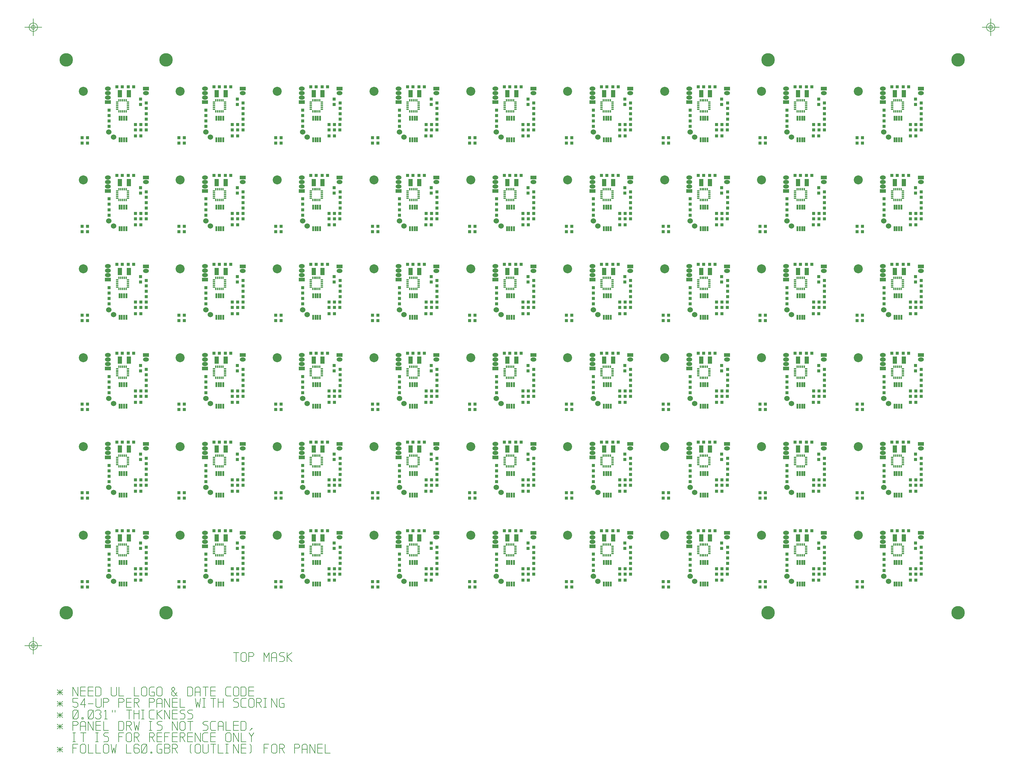
<source format=gbr>
*%FSLAX24Y24*%
%MOIN*%
%IPPOS*%
%ADD10R,0.03X0.03*%
%ADD11R,0.03X0.03*%
%ADD12R,0.0155X0.05*%
%ADD13C,0.05*%
%ADD14R,0.0394X0.0709*%
%AMD15*
21,1,0.0206,0.01,0.0,0.0,0.0*
21,1,0.0256,0.005,0.0,0.0,0.0*
1,1,0.005,0.0103,0.0025*
1,1,0.005,-0.0103,0.0025*
1,1,0.005,0.0103,-0.0025*
1,1,0.005,-0.0103,-0.0025*%
%ADD15D15*%
G04:---LTIenv:A015:17,0.0256,0.01,0.0025 *
%AMD16*
21,1,0.005,0.0256,0.0,0.0,0.0*
21,1,0.01,0.0206,0.0,0.0,0.0*
1,1,0.005,0.0025,0.0103*
1,1,0.005,-0.0025,0.0103*
1,1,0.005,0.0025,-0.0103*
1,1,0.005,-0.0025,-0.0103*%
%ADD16D16*%
G04:---LTIenv:A016:17,0.01,0.0256,0.0025 *
%AMD17*
4,1,8
,0.0049,0.0103
,0.0049,-0.0103
,0.0025,-0.0128
,-0.0025,-0.0128
,-0.0049,-0.0103
,-0.0049,0.0103
,-0.0025,0.0128
,0.0025,0.0128,0.0049,0.0103,0.0*%
%ADD17D17*%
%AMD18*
4,1,8
,-0.0103,0.0049
,0.0103,0.0049
,0.0128,0.0025
,0.0128,-0.0025
,0.0103,-0.0049
,-0.0103,-0.0049
,-0.0128,-0.0025
,-0.0128,0.0025,-0.0103,0.0049,0.0*%
%ADD18D18*%
%ADD19C,0.012*%
%ADD20C,0.02*%
%ADD21C,0.008*%
%ADD22C,0.01*%
%ADD23C,0.009*%
%ADD24C,0.15*%
%ADD25C,0.075*%
%ADD26C,0.15*%
%ADD27C,0.052*%
%ADD28R,0.062X0.04*%
%ADD29O,0.062X0.04*%
%ADD30C,0.026*%
%ADD31C,0.092*%
%ADD32C,0.06*%
%ADD33R,0.13X0.15*%
%AMD34*
1,1,0.1,0.0,0.0*
1,0,0.0875,0.0,0.0*
1,1,0.05,0.0,0.0*
1,0,0.0375,0.0,0.0*
20,1,0.0062,0.0,-0.0969,0.0,0.0969,0.0*
20,1,0.0062,-0.0969,0.0,0.0969,0.0,0.0*%
%ADD34D34*%
G04:---LTIenv:A034:6,0.2,6 *
%ADD35C,0.07*%
%ADD36R,0.038X0.038*%
%ADD37R,0.038X0.038*%
%ADD38R,0.0185X0.053*%
%ADD39C,0.1*%
%ADD40R,0.0474X0.0789*%
%AMD41*
21,1,0.0206,0.014,0.0,0.0,0.0*
21,1,0.0296,0.005,0.0,0.0,0.0*
1,1,0.009,0.0103,0.0025*
1,1,0.009,-0.0103,0.0025*
1,1,0.009,0.0103,-0.0025*
1,1,0.009,-0.0103,-0.0025*%
%ADD41D41*%
G04:---LTIenv:A041:17,0.0296,0.014,0.0045 *
%AMD42*
21,1,0.005,0.0296,0.0,0.0,0.0*
21,1,0.014,0.0206,0.0,0.0,0.0*
1,1,0.009,0.0025,0.0103*
1,1,0.009,-0.0025,0.0103*
1,1,0.009,0.0025,-0.0103*
1,1,0.009,-0.0025,-0.0103*%
%ADD42D42*%
G04:---LTIenv:A042:17,0.014,0.0296,0.0045 *
%AMD43*
4,1,8
,0.0069,0.0113
,0.0069,-0.0113
,0.0035,-0.0148
,-0.0035,-0.0148
,-0.0069,-0.0113
,-0.0069,0.0113
,-0.0035,0.0148
,0.0035,0.0148,0.0069,0.0113,0.0*%
%ADD43D43*%
%AMD44*
4,1,8
,-0.0113,0.0069
,0.0113,0.0069
,0.0148,0.0035
,0.0148,-0.0035
,0.0113,-0.0069
,-0.0113,-0.0069
,-0.0148,-0.0035
,-0.0148,0.0035,-0.0113,0.0069,0.0*%
%ADD44D44*%
%ADD45R,0.066X0.044*%
%ADD46O,0.066X0.044*%
%ADD48C,0.1*%
%ADD49R,0.138X0.158*%
%AMD55*
4,1,8
,0.0049,0.0103
,0.0049,-0.0103
,0.0025,-0.0128
,-0.0025,-0.0128
,-0.0049,-0.0103
,-0.0049,0.0103
,-0.0025,0.0128
,0.0025,0.0128,0.0049,0.0103,0.0*%
%ADD55D55*%
%AMD56*
4,1,8
,-0.0103,0.0049
,0.0103,0.0049
,0.0128,0.0025
,0.0128,-0.0025
,0.0103,-0.0049
,-0.0103,-0.0049
,-0.0128,-0.0025
,-0.0128,0.0025,-0.0103,0.0049,0.0*%
%ADD56D56*%
%ADD200C,0.002*%
%ADD901C,0.012*%
G04:---LTIenv:A901:15,0.012,1 *
%ADD902C,0.028*%
G04:---LTIenv:A902:15,0.028,2 *
%ADD903C,0.033*%
G04:---LTIenv:A903:15,0.033,3 *
%ADD904C,0.12*%
G04:---LTIenv:A904:15,0.12,4 *

%LPD*%
D21*X126Y-13839D2*X724Y-14382D1*X126D2*X724Y-13839D1*X126Y-14115D2*X724D1*X425Y-14382D2*Y-13839D1*X1858Y-13957D2*X2252D1*X1858Y-14532D2*Y-13532D1*X2402*X2693Y-13689D2*Y-14382D1*X2843Y-14532*X3142*X3291Y-14382*Y-13689*X3142Y-13532*X2843*X2693Y-13689*X4110Y-14532D2*X3567D1*Y-13532*X4961Y-14532D2*X4417D1*Y-13532*X5244Y-13689D2*Y-14382D1*X5394Y-14532*X5693*X5843Y-14382*Y-13689*X5693Y-13532*X5394*X5244Y-13689*X6685Y-13532D2*X6559Y-14532D1*X6409Y-13934*X6260Y-14532*X6110Y-13532*X8362Y-14532D2*X7819D1*Y-13532*X8646Y-13957D2*X9094D1*X9244Y-14115*Y-14382*X9094Y-14532*X8795*X8646Y-14335*Y-13689*X8795Y-13532*X9094*X9244Y-13689*X9488Y-14532D2*X10087Y-13532D1*X9638D2*X9488Y-13689D1*Y-14382*X9638Y-14532*X9937*X10087Y-14382*Y-13689*X9937Y-13532*X9638*X10504Y-14532D2*X10654D1*Y-14382*X10504*Y-14532*X11480Y-14083D2*X11756D1*Y-14532*X11354*X11205Y-14382*Y-13689*X11354Y-13532*X11756*X12039Y-13957D2*X12488D1*X12039Y-14532D2*X12488D1*X12638Y-14382*Y-14083*X12488Y-13957*X12638Y-13839*Y-13689*X12488Y-13532*X12039*Y-14532*X13173Y-13989D2*X13472Y-14532D1*X12929Y-13989D2*X13323D1*X13472Y-13839*Y-13689*X13323Y-13532*X12929*Y-14532*X15024D2*X14898Y-14382D1*Y-13689*X15024Y-13532*X15449Y-13689D2*Y-14382D1*X15598Y-14532*X15898*X16047Y-14382*Y-13689*X15898Y-13532*X15598*X15449Y-13689*X16906Y-13532D2*Y-14382D1*X16756Y-14532*X16457*X16307Y-14382*Y-13532*X17465Y-14532D2*Y-13532D1*X17165D2*X17764D1*X18567Y-14532D2*X18024D1*Y-13532*X18843Y-14532D2*X19142D1*X18992D2*Y-13532D1*X18843D2*X19142D1*X20283D2*Y-14532D1*X19709Y-13532*Y-14532*X20567Y-13957D2*X21118D1*Y-13532D2*X20567D1*Y-14532*X21118*X21543D2*X21693Y-14382D1*Y-13689*X21543Y-13532*X23118Y-13957D2*X23512D1*X23118Y-14532D2*Y-13532D1*X23661*X23953Y-13689D2*Y-14382D1*X24102Y-14532*X24402*X24551Y-14382*Y-13689*X24402Y-13532*X24102*X23953Y-13689*X25079Y-13989D2*X25378Y-14532D1*X24835Y-13989D2*X25228D1*X25378Y-13839*Y-13689*X25228Y-13532*X24835*Y-14532*X26520Y-13957D2*X26945D1*X27094Y-13808*Y-13689*X26945Y-13532*X26520*Y-14532*X27354Y-14083D2*X27929D1*Y-14532D2*Y-13689D1*X27780Y-13532*X27504*X27354Y-13689*Y-14532*X28787Y-13532D2*Y-14532D1*X28213Y-13532*Y-14532*X29071Y-13957D2*X29622D1*Y-13532D2*X29071D1*Y-14532*X29622*X30472D2*X29929D1*Y-13532*X126Y-7461D2*X724Y-8004D1*X126D2*X724Y-7461D1*X126Y-7737D2*X724D1*X425Y-8004D2*Y-7461D1*X2425Y-7154D2*Y-8154D1*X1850Y-7154*Y-8154*X2709Y-7579D2*X3260D1*Y-7154D2*X2709D1*Y-8154*X3260*X3559Y-7579D2*X4110D1*Y-7154D2*X3559D1*Y-8154*X4110*X4819D2*X4969Y-8004D1*Y-7311*X4819Y-7154*X4394*Y-8154*X4819*X6701Y-7154D2*Y-8004D1*X6551Y-8154*X6252*X6102Y-8004*Y-7154*X7512Y-8154D2*X6969D1*Y-7154*X9213Y-8154D2*X8669D1*Y-7154*X9496Y-7311D2*Y-8004D1*X9646Y-8154*X9945*X10094Y-8004*Y-7311*X9945Y-7154*X9646*X9496Y-7311*X10630Y-7705D2*X10906D1*Y-8154*X10504*X10354Y-8004*Y-7311*X10504Y-7154*X10906*X11197Y-7311D2*Y-8004D1*X11346Y-8154*X11646*X11795Y-8004*Y-7311*X11646Y-7154*X11346*X11197Y-7311*X13457Y-8154D2*X12858Y-7461D1*Y-7311*X13024Y-7154*X13181Y-7311*Y-7461*X12858Y-7705*Y-8004*X13008Y-8154*X13157*X13307Y-8036*Y-7886*X13457Y-7737*X15024Y-8154D2*X15173Y-8004D1*Y-7311*X15024Y-7154*X14598*Y-8154*X15024*X15449Y-7705D2*X16024D1*Y-8154D2*Y-7311D1*X15874Y-7154*X15598*X15449Y-7311*Y-8154*X16614D2*Y-7154D1*X16315D2*X16913D1*X17165Y-7579D2*X17717D1*Y-7154D2*X17165D1*Y-8154*X17717*X19433D2*X18984D1*X18835Y-8004*Y-7311*X18984Y-7154*X19433*X19701Y-7311D2*Y-8004D1*X19850Y-8154*X20150*X20299Y-8004*Y-7311*X20150Y-7154*X19850*X19701Y-7311*X20976Y-8154D2*X21126Y-8004D1*Y-7311*X20976Y-7154*X20551*Y-8154*X20976*X21417Y-7579D2*X21969D1*Y-7154D2*X21417D1*Y-8154*X21969*X126Y-8737D2*X724Y-9280D1*X126D2*X724Y-8737D1*X126Y-9012D2*X724D1*X425Y-9280D2*Y-8737D1*X2402Y-8430D2*X1850D1*Y-8855*X2252*X2402Y-9012*Y-9280*X2252Y-9430*X2000*X1850Y-9280*X3283Y-9130D2*X2709D1*X3134Y-8430*Y-9430*X3559Y-9012D2*X4110D1*X5000Y-8430D2*Y-9280D1*X4850Y-9430*X4551*X4402Y-9280*Y-8430*X5260Y-8855D2*X5685D1*X5835Y-8705*Y-8587*X5685Y-8430*X5260*Y-9430*X6961Y-8855D2*X7386D1*X7535Y-8705*Y-8587*X7386Y-8430*X6961*Y-9430*X7811Y-8855D2*X8362D1*Y-8430D2*X7811D1*Y-9430*X8362*X8921Y-8886D2*X9220Y-9430D1*X8677Y-8886D2*X9071D1*X9220Y-8737*Y-8587*X9071Y-8430*X8677*Y-9430*X10362Y-8855D2*X10787D1*X10937Y-8705*Y-8587*X10787Y-8430*X10362*Y-9430*X11197Y-8981D2*X11772D1*Y-9430D2*Y-8587D1*X11622Y-8430*X11346*X11197Y-8587*Y-9430*X12630Y-8430D2*Y-9430D1*X12055Y-8430*Y-9430*X12913Y-8855D2*X13465D1*Y-8430D2*X12913D1*Y-9430*X13465*X14315D2*X13772D1*Y-8430*X16039D2*X15913Y-9430D1*X15764Y-8831*X15614Y-9430*X15465Y-8430*X16291Y-9430D2*X16591D1*X16441D2*Y-8430D1*X16291D2*X16591D1*X17465Y-9430D2*Y-8430D1*X17165D2*X17764D1*X18000Y-8855D2*X18575D1*Y-9430D2*Y-8430D1*X18000Y-9430D2*Y-8430D1*X19724Y-9430D2*X20126D1*X20276Y-9280*Y-8981*X20126Y-8831*X19874*X19724Y-8682*Y-8587*X19874Y-8430*X20276*X21134Y-9430D2*X20685D1*X20535Y-9280*Y-8587*X20685Y-8430*X21134*X21402Y-8587D2*Y-9280D1*X21551Y-9430*X21850*X22000Y-9280*Y-8587*X21850Y-8430*X21551*X21402Y-8587*X22528Y-8886D2*X22827Y-9430D1*X22283Y-8886D2*X22677D1*X22827Y-8737*Y-8587*X22677Y-8430*X22283*Y-9430*X23094D2*X23394D1*X23244D2*Y-8430D1*X23094D2*X23394D1*X24535D2*Y-9430D1*X23961Y-8430*Y-9430*X25087Y-8981D2*X25362D1*Y-9430*X24961*X24811Y-9280*Y-8587*X24961Y-8430*X25362*X126Y-10012D2*X724Y-10556D1*X126D2*X724Y-10012D1*X126Y-10288D2*X724D1*X425Y-10556D2*Y-10012D1*X1835Y-10705D2*X2433Y-9705D1*X1984D2*X1835Y-9863D1*Y-10556*X1984Y-10705*X2283*X2433Y-10556*Y-9863*X2283Y-9705*X1984*X2850Y-10705D2*X3000D1*Y-10556*X2850*Y-10705*X3535D2*X4134Y-9705D1*X3685D2*X3535Y-9863D1*Y-10556*X3685Y-10705*X3984*X4134Y-10556*Y-9863*X3984Y-9705*X3685*X4362Y-10556D2*X4512Y-10705D1*X4819*X4969Y-10556*Y-10311*X4819Y-10162*X4969Y-10012*Y-9863*X4819Y-9705*X4512*X4362Y-9863*X5378Y-10705D2*X5677D1*X5528D2*Y-9705D1*X5378Y-9863*X6535Y-9957D2*Y-9705D1*X6236Y-9957D2*Y-9705D1*X8110Y-10705D2*Y-9705D1*X7811D2*X8409D1*X8646Y-10130D2*X9220D1*Y-10705D2*Y-9705D1*X8646Y-10705D2*Y-9705D1*X9488Y-10705D2*X9787D1*X9638D2*Y-9705D1*X9488D2*X9787D1*X10929Y-10705D2*X10480D1*X10331Y-10556*Y-9863*X10480Y-9705*X10929*X11220Y-10705D2*Y-9705D1*X11772Y-10705D2*X11220Y-10130D1*X11772Y-9705*X12630D2*Y-10705D1*X12055Y-9705*Y-10705*X12913Y-10130D2*X13465D1*Y-9705D2*X12913D1*Y-10705*X13465*X13772D2*X14173D1*X14323Y-10556*Y-10256*X14173Y-10107*X13921*X13772Y-9957*Y-9863*X13921Y-9705*X14323*X14622Y-10705D2*X15024D1*X15173Y-10556*Y-10256*X15024Y-10107*X14772*X14622Y-9957*Y-9863*X14772Y-9705*X15173*X126Y-11288D2*X724Y-11831D1*X126D2*X724Y-11288D1*X126Y-11563D2*X724D1*X425Y-11831D2*Y-11288D1*X1858Y-11406D2*X2283D1*X2433Y-11256*Y-11138*X2283Y-10981*X1858*Y-11981*X2693Y-11532D2*X3268D1*Y-11981D2*Y-11138D1*X3118Y-10981*X2843*X2693Y-11138*Y-11981*X4126Y-10981D2*Y-11981D1*X3551Y-10981*Y-11981*X4409Y-11406D2*X4961D1*Y-10981D2*X4409D1*Y-11981*X4961*X5811D2*X5268D1*Y-10981*X7370Y-11981D2*X7520Y-11831D1*Y-11138*X7370Y-10981*X6945*Y-11981*X7370*X8071Y-11437D2*X8370Y-11981D1*X7827Y-11437D2*X8220D1*X8370Y-11288*Y-11138*X8220Y-10981*X7827*Y-11981*X9236Y-10981D2*X9110Y-11981D1*X8961Y-11382*X8811Y-11981*X8661Y-10981*X10339Y-11981D2*X10638D1*X10488D2*Y-10981D1*X10339D2*X10638D1*X11220Y-11981D2*X11622D1*X11772Y-11831*Y-11532*X11622Y-11382*X11370*X11220Y-11233*Y-11138*X11370Y-10981*X11772*X13480D2*Y-11981D1*X12906Y-10981*Y-11981*X13748Y-11138D2*Y-11831D1*X13898Y-11981*X14197*X14346Y-11831*Y-11138*X14197Y-10981*X13898*X13748Y-11138*X14913Y-11981D2*Y-10981D1*X14614D2*X15213D1*X16323Y-11981D2*X16724D1*X16874Y-11831*Y-11532*X16724Y-11382*X16472*X16323Y-11233*Y-11138*X16472Y-10981*X16874*X17732Y-11981D2*X17283D1*X17134Y-11831*Y-11138*X17283Y-10981*X17732*X18000Y-11532D2*X18575D1*Y-11981D2*Y-11138D1*X18425Y-10981*X18150*X18000Y-11138*Y-11981*X19417D2*X18874D1*Y-10981*X19717Y-11406D2*X20268D1*Y-10981D2*X19717D1*Y-11981*X20268*X20976D2*X21126Y-11831D1*Y-11138*X20976Y-10981*X20551*Y-11981*X20976*X21701Y-11847D2*Y-11737D1*X21819*X21543Y-11981*X1835Y-13256D2*X2134D1*X1984D2*Y-12256D1*X1835D2*X2134D1*X3008Y-13256D2*Y-12256D1*X2709D2*X3307D1*X4386Y-13256D2*X4685D1*X4535D2*Y-12256D1*X4386D2*X4685D1*X5268Y-13256D2*X5669D1*X5819Y-13107*Y-12808*X5669Y-12658*X5417*X5268Y-12508*Y-12414*X5417Y-12256*X5819*X6961Y-12682D2*X7354D1*X6961Y-13256D2*Y-12256D1*X7504*X7795Y-12414D2*Y-13107D1*X7945Y-13256*X8244*X8394Y-13107*Y-12414*X8244Y-12256*X7945*X7795Y-12414*X8921Y-12713D2*X9220Y-13256D1*X8677Y-12713D2*X9071D1*X9220Y-12563*Y-12414*X9071Y-12256*X8677*Y-13256*X10622Y-12713D2*X10921Y-13256D1*X10378Y-12713D2*X10772D1*X10921Y-12563*Y-12414*X10772Y-12256*X10378*Y-13256*X11213Y-12682D2*X11764D1*Y-12256D2*X11213D1*Y-13256*X11764*X12063Y-12682D2*X12457D1*X12063Y-13256D2*Y-12256D1*X12606*X12913Y-12682D2*X13465D1*Y-12256D2*X12913D1*Y-13256*X13465*X14024Y-12713D2*X14323Y-13256D1*X13780Y-12713D2*X14173D1*X14323Y-12563*Y-12414*X14173Y-12256*X13780*Y-13256*X14614Y-12682D2*X15165D1*Y-12256D2*X14614D1*Y-13256*X15165*X16031Y-12256D2*Y-13256D1*X15457Y-12256*Y-13256*X16882D2*X16433D1*X16283Y-13107*Y-12414*X16433Y-12256*X16882*X17165Y-12682D2*X17717D1*Y-12256D2*X17165D1*Y-13256*X17717*X18850Y-12414D2*Y-13107D1*X19000Y-13256*X19299*X19449Y-13107*Y-12414*X19299Y-12256*X19000*X18850Y-12414*X20283Y-12256D2*Y-13256D1*X19709Y-12256*Y-13256*X21118D2*X20575D1*Y-12256*X21433D2*X21709Y-12658D1*X21984Y-12256*X21709Y-13256D2*Y-12658D1*X20016Y-4326D2*Y-3326D1*X19716D2*X20315D1*X20551Y-3483D2*Y-4176D1*X20701Y-4326*X21000*X21150Y-4176*Y-3483*X21000Y-3326*X20701*X20551Y-3483*X21417Y-3751D2*X21842D1*X21992Y-3602*Y-3483*X21842Y-3326*X21417*Y-4326*X23669D2*Y-3326D1*X23394Y-3877*X23118Y-3326*Y-4326*X23953Y-3877D2*X24528D1*Y-4326D2*Y-3483D1*X24378Y-3326*X24102*X23953Y-3483*Y-4326*X24827D2*X25228D1*X25378Y-4176*Y-3877*X25228Y-3728*X24976*X24827Y-3578*Y-3483*X24976Y-3326*X25378*X25677Y-4326D2*Y-3326D1*X26228Y-4326D2*X25677Y-3751D1*X26228Y-3326*D24*X1110Y62670D3*X100305D3*Y1110D3*X1110D3*D26*X79195Y62670D3*Y1110D3*X12220Y62670D3*Y1110D3*D32*X5860Y54640D3*X6370Y54080D3*X16635Y54640D3*X17145Y54080D3*X27410Y54640D3*X27920Y54080D3*X38185Y54640D3*X38695Y54080D3*X48960Y54640D3*X49470Y54080D3*X59735Y54640D3*X60245Y54080D3*X70510Y54640D3*X71020Y54080D3*X81285Y54640D3*X81795Y54080D3*X92060Y54640D3*X92570Y54080D3*X92060Y44750D3*X92570Y44190D3*X81285Y44750D3*X81795Y44190D3*X70510Y44750D3*X71020Y44190D3*X59735Y44750D3*X60245Y44190D3*X48960Y44750D3*X49470Y44190D3*X38185Y44750D3*X38695Y44190D3*X27410Y44750D3*X27920Y44190D3*X16635Y44750D3*X17145Y44190D3*X5860Y44750D3*X6370Y44190D3*X5860Y34860D3*X6370Y34300D3*X16635Y34860D3*X17145Y34300D3*X27410Y34860D3*X27920Y34300D3*X38185Y34860D3*X38695Y34300D3*X48960Y34860D3*X49470Y34300D3*X59735Y34860D3*X60245Y34300D3*X70510Y34860D3*X71020Y34300D3*X81285Y34860D3*X81795Y34300D3*X92060Y34860D3*X92570Y34300D3*X92060Y24970D3*X92570Y24410D3*X81285Y24970D3*X81795Y24410D3*X70510Y24970D3*X71020Y24410D3*X59735Y24970D3*X60245Y24410D3*X48960Y24970D3*X49470Y24410D3*X38185Y24970D3*X38695Y24410D3*X27410Y24970D3*X27920Y24410D3*X16635Y24970D3*X17145Y24410D3*X5860Y24970D3*X6370Y24410D3*X5860Y15080D3*X6370Y14520D3*X16635Y15080D3*X17145Y14520D3*X27410Y15080D3*X27920Y14520D3*X38185Y15080D3*X38695Y14520D3*X48960Y15080D3*X49470Y14520D3*X59735Y15080D3*X60245Y14520D3*X70510Y15080D3*X71020Y14520D3*X81285Y15080D3*X81795Y14520D3*X92060Y15080D3*X92570Y14520D3*X92060Y5190D3*X92570Y4630D3*X81285Y5190D3*X81795Y4630D3*X70510Y5190D3*X71020Y4630D3*X59735Y5190D3*X60245Y4630D3*X48960Y5190D3*X49470Y4630D3*X38185Y5190D3*X38695Y4630D3*X27410Y5190D3*X27920Y4630D3*X16635Y5190D3*X17145Y4630D3*X5860Y5190D3*X6370Y4630D3*D34*X-2540Y-2540D3*Y66320D3*X103955D3*D35*X3020Y59190D3*X13795D3*X24570D3*X35345D3*X46120D3*X56895D3*X67670D3*X78445D3*X89220D3*Y49300D3*X78445D3*X67670D3*X56895D3*X46120D3*X35345D3*X24570D3*X13795D3*X3020D3*Y39410D3*X13795D3*X24570D3*X35345D3*X46120D3*X56895D3*X67670D3*X78445D3*X89220D3*Y29520D3*X78445D3*X67670D3*X56895D3*X46120D3*X35345D3*X24570D3*X13795D3*X3020D3*Y19630D3*X13795D3*X24570D3*X35345D3*X46120D3*X56895D3*X67670D3*X78445D3*X89220D3*Y9740D3*X78445D3*X67670D3*X56895D3*X46120D3*X35345D3*X24570D3*X13795D3*X3020D3*D36*X7360Y59690D3*X6760D3*X8030D3*X8630D3*X9400Y54210D3*X8800D3*X18135Y59690D3*X17535D3*X18805D3*X19405D3*X20175Y54210D3*X19575D3*X28910Y59690D3*X28310D3*X29580D3*X30180D3*X30950Y54210D3*X30350D3*X39685Y59690D3*X39085D3*X40355D3*X40955D3*X41725Y54210D3*X41125D3*X50460Y59690D3*X49860D3*X51130D3*X51730D3*X52500Y54210D3*X51900D3*X61235Y59690D3*X60635D3*X61905D3*X62505D3*X63275Y54210D3*X62675D3*X72010Y59690D3*X71410D3*X72680D3*X73280D3*X74050Y54210D3*X73450D3*X82785Y59690D3*X82185D3*X83455D3*X84055D3*X84825Y54210D3*X84225D3*X93560Y59690D3*X92960D3*X94230D3*X94830D3*X95600Y54210D3*X95000D3*X93560Y49800D3*X92960D3*X94230D3*X94830D3*X95600Y44320D3*X95000D3*X82785Y49800D3*X82185D3*X83455D3*X84055D3*X84825Y44320D3*X84225D3*X72010Y49800D3*X71410D3*X72680D3*X73280D3*X74050Y44320D3*X73450D3*X61235Y49800D3*X60635D3*X61905D3*X62505D3*X63275Y44320D3*X62675D3*X50460Y49800D3*X49860D3*X51130D3*X51730D3*X52500Y44320D3*X51900D3*X39685Y49800D3*X39085D3*X40355D3*X40955D3*X41725Y44320D3*X41125D3*X28910Y49800D3*X28310D3*X29580D3*X30180D3*X30950Y44320D3*X30350D3*X18135Y49800D3*X17535D3*X18805D3*X19405D3*X20175Y44320D3*X19575D3*X7360Y49800D3*X6760D3*X8030D3*X8630D3*X9400Y44320D3*X8800D3*X7360Y39910D3*X6760D3*X8030D3*X8630D3*X9400Y34430D3*X8800D3*X18135Y39910D3*X17535D3*X18805D3*X19405D3*X20175Y34430D3*X19575D3*X28910Y39910D3*X28310D3*X29580D3*X30180D3*X30950Y34430D3*X30350D3*X39685Y39910D3*X39085D3*X40355D3*X40955D3*X41725Y34430D3*X41125D3*X50460Y39910D3*X49860D3*X51130D3*X51730D3*X52500Y34430D3*X51900D3*X61235Y39910D3*X60635D3*X61905D3*X62505D3*X63275Y34430D3*X62675D3*X72010Y39910D3*X71410D3*X72680D3*X73280D3*X74050Y34430D3*X73450D3*X82785Y39910D3*X82185D3*X83455D3*X84055D3*X84825Y34430D3*X84225D3*X93560Y39910D3*X92960D3*X94230D3*X94830D3*X95600Y34430D3*X95000D3*X93560Y30020D3*X92960D3*X94230D3*X94830D3*X95600Y24540D3*X95000D3*X82785Y30020D3*X82185D3*X83455D3*X84055D3*X84825Y24540D3*X84225D3*X72010Y30020D3*X71410D3*X72680D3*X73280D3*X74050Y24540D3*X73450D3*X61235Y30020D3*X60635D3*X61905D3*X62505D3*X63275Y24540D3*X62675D3*X50460Y30020D3*X49860D3*X51130D3*X51730D3*X52500Y24540D3*X51900D3*X39685Y30020D3*X39085D3*X40355D3*X40955D3*X41725Y24540D3*X41125D3*X28910Y30020D3*X28310D3*X29580D3*X30180D3*X30950Y24540D3*X30350D3*X18135Y30020D3*X17535D3*X18805D3*X19405D3*X20175Y24540D3*X19575D3*X7360Y30020D3*X6760D3*X8030D3*X8630D3*X9400Y24540D3*X8800D3*X7360Y20130D3*X6760D3*X8030D3*X8630D3*X9400Y14650D3*X8800D3*X18135Y20130D3*X17535D3*X18805D3*X19405D3*X20175Y14650D3*X19575D3*X28910Y20130D3*X28310D3*X29580D3*X30180D3*X30950Y14650D3*X30350D3*X39685Y20130D3*X39085D3*X40355D3*X40955D3*X41725Y14650D3*X41125D3*X50460Y20130D3*X49860D3*X51130D3*X51730D3*X52500Y14650D3*X51900D3*X61235Y20130D3*X60635D3*X61905D3*X62505D3*X63275Y14650D3*X62675D3*X72010Y20130D3*X71410D3*X72680D3*X73280D3*X74050Y14650D3*X73450D3*X82785Y20130D3*X82185D3*X83455D3*X84055D3*X84825Y14650D3*X84225D3*X93560Y20130D3*X92960D3*X94230D3*X94830D3*X95600Y14650D3*X95000D3*X93560Y10240D3*X92960D3*X94230D3*X94830D3*X95600Y4760D3*X95000D3*X82785Y10240D3*X82185D3*X83455D3*X84055D3*X84825Y4760D3*X84225D3*X72010Y10240D3*X71410D3*X72680D3*X73280D3*X74050Y4760D3*X73450D3*X61235Y10240D3*X60635D3*X61905D3*X62505D3*X63275Y4760D3*X62675D3*X50460Y10240D3*X49860D3*X51130D3*X51730D3*X52500Y4760D3*X51900D3*X39685Y10240D3*X39085D3*X40355D3*X40955D3*X41725Y4760D3*X41125D3*X28910Y10240D3*X28310D3*X29580D3*X30180D3*X30950Y4760D3*X30350D3*X18135Y10240D3*X17535D3*X18805D3*X19405D3*X20175Y4760D3*X19575D3*X7360Y10240D3*X6760D3*X8030D3*X8630D3*X9400Y4760D3*X8800D3*D37*X5870Y57090D3*Y56490D3*Y55280D3*Y55880D3*X9410Y55480D3*Y54880D3*X8810Y55480D3*Y54880D3*X10020Y57880D3*Y57280D3*Y56080D3*Y56680D3*X10010Y54880D3*Y55480D3*X9380Y57730D3*Y58330D3*X2870Y53430D3*Y54030D3*X3470D3*Y53430D3*X16645Y57090D3*Y56490D3*Y55280D3*Y55880D3*X20185Y55480D3*Y54880D3*X19585Y55480D3*Y54880D3*X20795Y57880D3*Y57280D3*Y56080D3*Y56680D3*X20785Y54880D3*Y55480D3*X20155Y57730D3*Y58330D3*X13645Y53430D3*Y54030D3*X14245D3*Y53430D3*X27420Y57090D3*Y56490D3*Y55280D3*Y55880D3*X30960Y55480D3*Y54880D3*X30360Y55480D3*Y54880D3*X31570Y57880D3*Y57280D3*Y56080D3*Y56680D3*X31560Y54880D3*Y55480D3*X30930Y57730D3*Y58330D3*X24420Y53430D3*Y54030D3*X25020D3*Y53430D3*X38195Y57090D3*Y56490D3*Y55280D3*Y55880D3*X41735Y55480D3*Y54880D3*X41135Y55480D3*Y54880D3*X42345Y57880D3*Y57280D3*Y56080D3*Y56680D3*X42335Y54880D3*Y55480D3*X41705Y57730D3*Y58330D3*X35195Y53430D3*Y54030D3*X35795D3*Y53430D3*X48970Y57090D3*Y56490D3*Y55280D3*Y55880D3*X52510Y55480D3*Y54880D3*X51910Y55480D3*Y54880D3*X53120Y57880D3*Y57280D3*Y56080D3*Y56680D3*X53110Y54880D3*Y55480D3*X52480Y57730D3*Y58330D3*X45970Y53430D3*Y54030D3*X46570D3*Y53430D3*X59745Y57090D3*Y56490D3*Y55280D3*Y55880D3*X63285Y55480D3*Y54880D3*X62685Y55480D3*Y54880D3*X63895Y57880D3*Y57280D3*Y56080D3*Y56680D3*X63885Y54880D3*Y55480D3*X63255Y57730D3*Y58330D3*X56745Y53430D3*Y54030D3*X57345D3*Y53430D3*X70520Y57090D3*Y56490D3*Y55280D3*Y55880D3*X74060Y55480D3*Y54880D3*X73460Y55480D3*Y54880D3*X74670Y57880D3*Y57280D3*Y56080D3*Y56680D3*X74660Y54880D3*Y55480D3*X74030Y57730D3*Y58330D3*X67520Y53430D3*Y54030D3*X68120D3*Y53430D3*X81295Y57090D3*Y56490D3*Y55280D3*Y55880D3*X84835Y55480D3*Y54880D3*X84235Y55480D3*Y54880D3*X85445Y57880D3*Y57280D3*Y56080D3*Y56680D3*X85435Y54880D3*Y55480D3*X84805Y57730D3*Y58330D3*X78295Y53430D3*Y54030D3*X78895D3*Y53430D3*X92070Y57090D3*Y56490D3*Y55280D3*Y55880D3*X95610Y55480D3*Y54880D3*X95010Y55480D3*Y54880D3*X96220Y57880D3*Y57280D3*Y56080D3*Y56680D3*X96210Y54880D3*Y55480D3*X95580Y57730D3*Y58330D3*X89070Y53430D3*Y54030D3*X89670D3*Y53430D3*X92070Y47200D3*Y46600D3*Y45390D3*Y45990D3*X95610Y45590D3*Y44990D3*X95010Y45590D3*Y44990D3*X96220Y47990D3*Y47390D3*Y46190D3*Y46790D3*X96210Y44990D3*Y45590D3*X95580Y47840D3*Y48440D3*X89070Y43540D3*Y44140D3*X89670D3*Y43540D3*X81295Y47200D3*Y46600D3*Y45390D3*Y45990D3*X84835Y45590D3*Y44990D3*X84235Y45590D3*Y44990D3*X85445Y47990D3*Y47390D3*Y46190D3*Y46790D3*X85435Y44990D3*Y45590D3*X84805Y47840D3*Y48440D3*X78295Y43540D3*Y44140D3*X78895D3*Y43540D3*X70520Y47200D3*Y46600D3*Y45390D3*Y45990D3*X74060Y45590D3*Y44990D3*X73460Y45590D3*Y44990D3*X74670Y47990D3*Y47390D3*Y46190D3*Y46790D3*X74660Y44990D3*Y45590D3*X74030Y47840D3*Y48440D3*X67520Y43540D3*Y44140D3*X68120D3*Y43540D3*X59745Y47200D3*Y46600D3*Y45390D3*Y45990D3*X63285Y45590D3*Y44990D3*X62685Y45590D3*Y44990D3*X63895Y47990D3*Y47390D3*Y46190D3*Y46790D3*X63885Y44990D3*Y45590D3*X63255Y47840D3*Y48440D3*X56745Y43540D3*Y44140D3*X57345D3*Y43540D3*X48970Y47200D3*Y46600D3*Y45390D3*Y45990D3*X52510Y45590D3*Y44990D3*X51910Y45590D3*Y44990D3*X53120Y47990D3*Y47390D3*Y46190D3*Y46790D3*X53110Y44990D3*Y45590D3*X52480Y47840D3*Y48440D3*X45970Y43540D3*Y44140D3*X46570D3*Y43540D3*X38195Y47200D3*Y46600D3*Y45390D3*Y45990D3*X41735Y45590D3*Y44990D3*X41135Y45590D3*Y44990D3*X42345Y47990D3*Y47390D3*Y46190D3*Y46790D3*X42335Y44990D3*Y45590D3*X41705Y47840D3*Y48440D3*X35195Y43540D3*Y44140D3*X35795D3*Y43540D3*X27420Y47200D3*Y46600D3*Y45390D3*Y45990D3*X30960Y45590D3*Y44990D3*X30360Y45590D3*Y44990D3*X31570Y47990D3*Y47390D3*Y46190D3*Y46790D3*X31560Y44990D3*Y45590D3*X30930Y47840D3*Y48440D3*X24420Y43540D3*Y44140D3*X25020D3*Y43540D3*X16645Y47200D3*Y46600D3*Y45390D3*Y45990D3*X20185Y45590D3*Y44990D3*X19585Y45590D3*Y44990D3*X20795Y47990D3*Y47390D3*Y46190D3*Y46790D3*X20785Y44990D3*Y45590D3*X20155Y47840D3*Y48440D3*X13645Y43540D3*Y44140D3*X14245D3*Y43540D3*X5870Y47200D3*Y46600D3*Y45390D3*Y45990D3*X9410Y45590D3*Y44990D3*X8810Y45590D3*Y44990D3*X10020Y47990D3*Y47390D3*Y46190D3*Y46790D3*X10010Y44990D3*Y45590D3*X9380Y47840D3*Y48440D3*X2870Y43540D3*Y44140D3*X3470D3*Y43540D3*X5870Y37310D3*Y36710D3*Y35500D3*Y36100D3*X9410Y35700D3*Y35100D3*X8810Y35700D3*Y35100D3*X10020Y38100D3*Y37500D3*Y36300D3*Y36900D3*X10010Y35100D3*Y35700D3*X9380Y37950D3*Y38550D3*X2870Y33650D3*Y34250D3*X3470D3*Y33650D3*X16645Y37310D3*Y36710D3*Y35500D3*Y36100D3*X20185Y35700D3*Y35100D3*X19585Y35700D3*Y35100D3*X20795Y38100D3*Y37500D3*Y36300D3*Y36900D3*X20785Y35100D3*Y35700D3*X20155Y37950D3*Y38550D3*X13645Y33650D3*Y34250D3*X14245D3*Y33650D3*X27420Y37310D3*Y36710D3*Y35500D3*Y36100D3*X30960Y35700D3*Y35100D3*X30360Y35700D3*Y35100D3*X31570Y38100D3*Y37500D3*Y36300D3*Y36900D3*X31560Y35100D3*Y35700D3*X30930Y37950D3*Y38550D3*X24420Y33650D3*Y34250D3*X25020D3*Y33650D3*X38195Y37310D3*Y36710D3*Y35500D3*Y36100D3*X41735Y35700D3*Y35100D3*X41135Y35700D3*Y35100D3*X42345Y38100D3*Y37500D3*Y36300D3*Y36900D3*X42335Y35100D3*Y35700D3*X41705Y37950D3*Y38550D3*X35195Y33650D3*Y34250D3*X35795D3*Y33650D3*X48970Y37310D3*Y36710D3*Y35500D3*Y36100D3*X52510Y35700D3*Y35100D3*X51910Y35700D3*Y35100D3*X53120Y38100D3*Y37500D3*Y36300D3*Y36900D3*X53110Y35100D3*Y35700D3*X52480Y37950D3*Y38550D3*X45970Y33650D3*Y34250D3*X46570D3*Y33650D3*X59745Y37310D3*Y36710D3*Y35500D3*Y36100D3*X63285Y35700D3*Y35100D3*X62685Y35700D3*Y35100D3*X63895Y38100D3*Y37500D3*Y36300D3*Y36900D3*X63885Y35100D3*Y35700D3*X63255Y37950D3*Y38550D3*X56745Y33650D3*Y34250D3*X57345D3*Y33650D3*X70520Y37310D3*Y36710D3*Y35500D3*Y36100D3*X74060Y35700D3*Y35100D3*X73460Y35700D3*Y35100D3*X74670Y38100D3*Y37500D3*Y36300D3*Y36900D3*X74660Y35100D3*Y35700D3*X74030Y37950D3*Y38550D3*X67520Y33650D3*Y34250D3*X68120D3*Y33650D3*X81295Y37310D3*Y36710D3*Y35500D3*Y36100D3*X84835Y35700D3*Y35100D3*X84235Y35700D3*Y35100D3*X85445Y38100D3*Y37500D3*Y36300D3*Y36900D3*X85435Y35100D3*Y35700D3*X84805Y37950D3*Y38550D3*X78295Y33650D3*Y34250D3*X78895D3*Y33650D3*X92070Y37310D3*Y36710D3*Y35500D3*Y36100D3*X95610Y35700D3*Y35100D3*X95010Y35700D3*Y35100D3*X96220Y38100D3*Y37500D3*Y36300D3*Y36900D3*X96210Y35100D3*Y35700D3*X95580Y37950D3*Y38550D3*X89070Y33650D3*Y34250D3*X89670D3*Y33650D3*X92070Y27420D3*Y26820D3*Y25610D3*Y26210D3*X95610Y25810D3*Y25210D3*X95010Y25810D3*Y25210D3*X96220Y28210D3*Y27610D3*Y26410D3*Y27010D3*X96210Y25210D3*Y25810D3*X95580Y28060D3*Y28660D3*X89070Y23760D3*Y24360D3*X89670D3*Y23760D3*X81295Y27420D3*Y26820D3*Y25610D3*Y26210D3*X84835Y25810D3*Y25210D3*X84235Y25810D3*Y25210D3*X85445Y28210D3*Y27610D3*Y26410D3*Y27010D3*X85435Y25210D3*Y25810D3*X84805Y28060D3*Y28660D3*X78295Y23760D3*Y24360D3*X78895D3*Y23760D3*X70520Y27420D3*Y26820D3*Y25610D3*Y26210D3*X74060Y25810D3*Y25210D3*X73460Y25810D3*Y25210D3*X74670Y28210D3*Y27610D3*Y26410D3*Y27010D3*X74660Y25210D3*Y25810D3*X74030Y28060D3*Y28660D3*X67520Y23760D3*Y24360D3*X68120D3*Y23760D3*X59745Y27420D3*Y26820D3*Y25610D3*Y26210D3*X63285Y25810D3*Y25210D3*X62685Y25810D3*Y25210D3*X63895Y28210D3*Y27610D3*Y26410D3*Y27010D3*X63885Y25210D3*Y25810D3*X63255Y28060D3*Y28660D3*X56745Y23760D3*Y24360D3*X57345D3*Y23760D3*X48970Y27420D3*Y26820D3*Y25610D3*Y26210D3*X52510Y25810D3*Y25210D3*X51910Y25810D3*Y25210D3*X53120Y28210D3*Y27610D3*Y26410D3*Y27010D3*X53110Y25210D3*Y25810D3*X52480Y28060D3*Y28660D3*X45970Y23760D3*Y24360D3*X46570D3*Y23760D3*X38195Y27420D3*Y26820D3*Y25610D3*Y26210D3*X41735Y25810D3*Y25210D3*X41135Y25810D3*Y25210D3*X42345Y28210D3*Y27610D3*Y26410D3*Y27010D3*X42335Y25210D3*Y25810D3*X41705Y28060D3*Y28660D3*X35195Y23760D3*Y24360D3*X35795D3*Y23760D3*X27420Y27420D3*Y26820D3*Y25610D3*Y26210D3*X30960Y25810D3*Y25210D3*X30360Y25810D3*Y25210D3*X31570Y28210D3*Y27610D3*Y26410D3*Y27010D3*X31560Y25210D3*Y25810D3*X30930Y28060D3*Y28660D3*X24420Y23760D3*Y24360D3*X25020D3*Y23760D3*X16645Y27420D3*Y26820D3*Y25610D3*Y26210D3*X20185Y25810D3*Y25210D3*X19585Y25810D3*Y25210D3*X20795Y28210D3*Y27610D3*Y26410D3*Y27010D3*X20785Y25210D3*Y25810D3*X20155Y28060D3*Y28660D3*X13645Y23760D3*Y24360D3*X14245D3*Y23760D3*X5870Y27420D3*Y26820D3*Y25610D3*Y26210D3*X9410Y25810D3*Y25210D3*X8810Y25810D3*Y25210D3*X10020Y28210D3*Y27610D3*Y26410D3*Y27010D3*X10010Y25210D3*Y25810D3*X9380Y28060D3*Y28660D3*X2870Y23760D3*Y24360D3*X3470D3*Y23760D3*X5870Y17530D3*Y16930D3*Y15720D3*Y16320D3*X9410Y15920D3*Y15320D3*X8810Y15920D3*Y15320D3*X10020Y18320D3*Y17720D3*Y16520D3*Y17120D3*X10010Y15320D3*Y15920D3*X9380Y18170D3*Y18770D3*X2870Y13870D3*Y14470D3*X3470D3*Y13870D3*X16645Y17530D3*Y16930D3*Y15720D3*Y16320D3*X20185Y15920D3*Y15320D3*X19585Y15920D3*Y15320D3*X20795Y18320D3*Y17720D3*Y16520D3*Y17120D3*X20785Y15320D3*Y15920D3*X20155Y18170D3*Y18770D3*X13645Y13870D3*Y14470D3*X14245D3*Y13870D3*X27420Y17530D3*Y16930D3*Y15720D3*Y16320D3*X30960Y15920D3*Y15320D3*X30360Y15920D3*Y15320D3*X31570Y18320D3*Y17720D3*Y16520D3*Y17120D3*X31560Y15320D3*Y15920D3*X30930Y18170D3*Y18770D3*X24420Y13870D3*Y14470D3*X25020D3*Y13870D3*X38195Y17530D3*Y16930D3*Y15720D3*Y16320D3*X41735Y15920D3*Y15320D3*X41135Y15920D3*Y15320D3*X42345Y18320D3*Y17720D3*Y16520D3*Y17120D3*X42335Y15320D3*Y15920D3*X41705Y18170D3*Y18770D3*X35195Y13870D3*Y14470D3*X35795D3*Y13870D3*X48970Y17530D3*Y16930D3*Y15720D3*Y16320D3*X52510Y15920D3*Y15320D3*X51910Y15920D3*Y15320D3*X53120Y18320D3*Y17720D3*Y16520D3*Y17120D3*X53110Y15320D3*Y15920D3*X52480Y18170D3*Y18770D3*X45970Y13870D3*Y14470D3*X46570D3*Y13870D3*X59745Y17530D3*Y16930D3*Y15720D3*Y16320D3*X63285Y15920D3*Y15320D3*X62685Y15920D3*Y15320D3*X63895Y18320D3*Y17720D3*Y16520D3*Y17120D3*X63885Y15320D3*Y15920D3*X63255Y18170D3*Y18770D3*X56745Y13870D3*Y14470D3*X57345D3*Y13870D3*X70520Y17530D3*Y16930D3*Y15720D3*Y16320D3*X74060Y15920D3*Y15320D3*X73460Y15920D3*Y15320D3*X74670Y18320D3*Y17720D3*Y16520D3*Y17120D3*X74660Y15320D3*Y15920D3*X74030Y18170D3*Y18770D3*X67520Y13870D3*Y14470D3*X68120D3*Y13870D3*X81295Y17530D3*Y16930D3*Y15720D3*Y16320D3*X84835Y15920D3*Y15320D3*X84235Y15920D3*Y15320D3*X85445Y18320D3*Y17720D3*Y16520D3*Y17120D3*X85435Y15320D3*Y15920D3*X84805Y18170D3*Y18770D3*X78295Y13870D3*Y14470D3*X78895D3*Y13870D3*X92070Y17530D3*Y16930D3*Y15720D3*Y16320D3*X95610Y15920D3*Y15320D3*X95010Y15920D3*Y15320D3*X96220Y18320D3*Y17720D3*Y16520D3*Y17120D3*X96210Y15320D3*Y15920D3*X95580Y18170D3*Y18770D3*X89070Y13870D3*Y14470D3*X89670D3*Y13870D3*X92070Y7640D3*Y7040D3*Y5830D3*Y6430D3*X95610Y6030D3*Y5430D3*X95010Y6030D3*Y5430D3*X96220Y8430D3*Y7830D3*Y6630D3*Y7230D3*X96210Y5430D3*Y6030D3*X95580Y8280D3*Y8880D3*X89070Y3980D3*Y4580D3*X89670D3*Y3980D3*X81295Y7640D3*Y7040D3*Y5830D3*Y6430D3*X84835Y6030D3*Y5430D3*X84235Y6030D3*Y5430D3*X85445Y8430D3*Y7830D3*Y6630D3*Y7230D3*X85435Y5430D3*Y6030D3*X84805Y8280D3*Y8880D3*X78295Y3980D3*Y4580D3*X78895D3*Y3980D3*X70520Y7640D3*Y7040D3*Y5830D3*Y6430D3*X74060Y6030D3*Y5430D3*X73460Y6030D3*Y5430D3*X74670Y8430D3*Y7830D3*Y6630D3*Y7230D3*X74660Y5430D3*Y6030D3*X74030Y8280D3*Y8880D3*X67520Y3980D3*Y4580D3*X68120D3*Y3980D3*X59745Y7640D3*Y7040D3*Y5830D3*Y6430D3*X63285Y6030D3*Y5430D3*X62685Y6030D3*Y5430D3*X63895Y8430D3*Y7830D3*Y6630D3*Y7230D3*X63885Y5430D3*Y6030D3*X63255Y8280D3*Y8880D3*X56745Y3980D3*Y4580D3*X57345D3*Y3980D3*X48970Y7640D3*Y7040D3*Y5830D3*Y6430D3*X52510Y6030D3*Y5430D3*X51910Y6030D3*Y5430D3*X53120Y8430D3*Y7830D3*Y6630D3*Y7230D3*X53110Y5430D3*Y6030D3*X52480Y8280D3*Y8880D3*X45970Y3980D3*Y4580D3*X46570D3*Y3980D3*X38195Y7640D3*Y7040D3*Y5830D3*Y6430D3*X41735Y6030D3*Y5430D3*X41135Y6030D3*Y5430D3*X42345Y8430D3*Y7830D3*Y6630D3*Y7230D3*X42335Y5430D3*Y6030D3*X41705Y8280D3*Y8880D3*X35195Y3980D3*Y4580D3*X35795D3*Y3980D3*X27420Y7640D3*Y7040D3*Y5830D3*Y6430D3*X30960Y6030D3*Y5430D3*X30360Y6030D3*Y5430D3*X31570Y8430D3*Y7830D3*Y6630D3*Y7230D3*X31560Y5430D3*Y6030D3*X30930Y8280D3*Y8880D3*X24420Y3980D3*Y4580D3*X25020D3*Y3980D3*X16645Y7640D3*Y7040D3*Y5830D3*Y6430D3*X20185Y6030D3*Y5430D3*X19585Y6030D3*Y5430D3*X20795Y8430D3*Y7830D3*Y6630D3*Y7230D3*X20785Y5430D3*Y6030D3*X20155Y8280D3*Y8880D3*X13645Y3980D3*Y4580D3*X14245D3*Y3980D3*X5870Y7640D3*Y7040D3*Y5830D3*Y6430D3*X9410Y6030D3*Y5430D3*X8810Y6030D3*Y5430D3*X10020Y8430D3*Y7830D3*Y6630D3*Y7230D3*X10010Y5430D3*Y6030D3*X9380Y8280D3*Y8880D3*X2870Y3980D3*Y4580D3*X3470D3*Y3980D3*D38*X7036Y53780D3*X7295D3*X7545D3*X7804D3*Y56180D3*X7545D3*X7295D3*X7036D3*X17811Y53780D3*X18070D3*X18320D3*X18579D3*Y56180D3*X18320D3*X18070D3*X17811D3*X28586Y53780D3*X28845D3*X29095D3*X29354D3*Y56180D3*X29095D3*X28845D3*X28586D3*X39361Y53780D3*X39620D3*X39870D3*X40129D3*Y56180D3*X39870D3*X39620D3*X39361D3*X50136Y53780D3*X50395D3*X50645D3*X50904D3*Y56180D3*X50645D3*X50395D3*X50136D3*X60911Y53780D3*X61170D3*X61420D3*X61679D3*Y56180D3*X61420D3*X61170D3*X60911D3*X71686Y53780D3*X71945D3*X72195D3*X72454D3*Y56180D3*X72195D3*X71945D3*X71686D3*X82461Y53780D3*X82720D3*X82970D3*X83229D3*Y56180D3*X82970D3*X82720D3*X82461D3*X93236Y53780D3*X93495D3*X93745D3*X94004D3*Y56180D3*X93745D3*X93495D3*X93236D3*Y43890D3*X93495D3*X93745D3*X94004D3*Y46290D3*X93745D3*X93495D3*X93236D3*X82461Y43890D3*X82720D3*X82970D3*X83229D3*Y46290D3*X82970D3*X82720D3*X82461D3*X71686Y43890D3*X71945D3*X72195D3*X72454D3*Y46290D3*X72195D3*X71945D3*X71686D3*X60911Y43890D3*X61170D3*X61420D3*X61679D3*Y46290D3*X61420D3*X61170D3*X60911D3*X50136Y43890D3*X50395D3*X50645D3*X50904D3*Y46290D3*X50645D3*X50395D3*X50136D3*X39361Y43890D3*X39620D3*X39870D3*X40129D3*Y46290D3*X39870D3*X39620D3*X39361D3*X28586Y43890D3*X28845D3*X29095D3*X29354D3*Y46290D3*X29095D3*X28845D3*X28586D3*X17811Y43890D3*X18070D3*X18320D3*X18579D3*Y46290D3*X18320D3*X18070D3*X17811D3*X7036Y43890D3*X7295D3*X7545D3*X7804D3*Y46290D3*X7545D3*X7295D3*X7036D3*Y34000D3*X7295D3*X7545D3*X7804D3*Y36400D3*X7545D3*X7295D3*X7036D3*X17811Y34000D3*X18070D3*X18320D3*X18579D3*Y36400D3*X18320D3*X18070D3*X17811D3*X28586Y34000D3*X28845D3*X29095D3*X29354D3*Y36400D3*X29095D3*X28845D3*X28586D3*X39361Y34000D3*X39620D3*X39870D3*X40129D3*Y36400D3*X39870D3*X39620D3*X39361D3*X50136Y34000D3*X50395D3*X50645D3*X50904D3*Y36400D3*X50645D3*X50395D3*X50136D3*X60911Y34000D3*X61170D3*X61420D3*X61679D3*Y36400D3*X61420D3*X61170D3*X60911D3*X71686Y34000D3*X71945D3*X72195D3*X72454D3*Y36400D3*X72195D3*X71945D3*X71686D3*X82461Y34000D3*X82720D3*X82970D3*X83229D3*Y36400D3*X82970D3*X82720D3*X82461D3*X93236Y34000D3*X93495D3*X93745D3*X94004D3*Y36400D3*X93745D3*X93495D3*X93236D3*Y24110D3*X93495D3*X93745D3*X94004D3*Y26510D3*X93745D3*X93495D3*X93236D3*X82461Y24110D3*X82720D3*X82970D3*X83229D3*Y26510D3*X82970D3*X82720D3*X82461D3*X71686Y24110D3*X71945D3*X72195D3*X72454D3*Y26510D3*X72195D3*X71945D3*X71686D3*X60911Y24110D3*X61170D3*X61420D3*X61679D3*Y26510D3*X61420D3*X61170D3*X60911D3*X50136Y24110D3*X50395D3*X50645D3*X50904D3*Y26510D3*X50645D3*X50395D3*X50136D3*X39361Y24110D3*X39620D3*X39870D3*X40129D3*Y26510D3*X39870D3*X39620D3*X39361D3*X28586Y24110D3*X28845D3*X29095D3*X29354D3*Y26510D3*X29095D3*X28845D3*X28586D3*X17811Y24110D3*X18070D3*X18320D3*X18579D3*Y26510D3*X18320D3*X18070D3*X17811D3*X7036Y24110D3*X7295D3*X7545D3*X7804D3*Y26510D3*X7545D3*X7295D3*X7036D3*Y14220D3*X7295D3*X7545D3*X7804D3*Y16620D3*X7545D3*X7295D3*X7036D3*X17811Y14220D3*X18070D3*X18320D3*X18579D3*Y16620D3*X18320D3*X18070D3*X17811D3*X28586Y14220D3*X28845D3*X29095D3*X29354D3*Y16620D3*X29095D3*X28845D3*X28586D3*X39361Y14220D3*X39620D3*X39870D3*X40129D3*Y16620D3*X39870D3*X39620D3*X39361D3*X50136Y14220D3*X50395D3*X50645D3*X50904D3*Y16620D3*X50645D3*X50395D3*X50136D3*X60911Y14220D3*X61170D3*X61420D3*X61679D3*Y16620D3*X61420D3*X61170D3*X60911D3*X71686Y14220D3*X71945D3*X72195D3*X72454D3*Y16620D3*X72195D3*X71945D3*X71686D3*X82461Y14220D3*X82720D3*X82970D3*X83229D3*Y16620D3*X82970D3*X82720D3*X82461D3*X93236Y14220D3*X93495D3*X93745D3*X94004D3*Y16620D3*X93745D3*X93495D3*X93236D3*Y4330D3*X93495D3*X93745D3*X94004D3*Y6730D3*X93745D3*X93495D3*X93236D3*X82461Y4330D3*X82720D3*X82970D3*X83229D3*Y6730D3*X82970D3*X82720D3*X82461D3*X71686Y4330D3*X71945D3*X72195D3*X72454D3*Y6730D3*X72195D3*X71945D3*X71686D3*X60911Y4330D3*X61170D3*X61420D3*X61679D3*Y6730D3*X61420D3*X61170D3*X60911D3*X50136Y4330D3*X50395D3*X50645D3*X50904D3*Y6730D3*X50645D3*X50395D3*X50136D3*X39361Y4330D3*X39620D3*X39870D3*X40129D3*Y6730D3*X39870D3*X39620D3*X39361D3*X28586Y4330D3*X28845D3*X29095D3*X29354D3*Y6730D3*X29095D3*X28845D3*X28586D3*X17811Y4330D3*X18070D3*X18320D3*X18579D3*Y6730D3*X18320D3*X18070D3*X17811D3*X7036Y4330D3*X7295D3*X7545D3*X7804D3*Y6730D3*X7545D3*X7295D3*X7036D3*D39*X3020Y59190D3*X13795D3*X24570D3*X35345D3*X46120D3*X56895D3*X67670D3*X78445D3*X89220D3*Y49300D3*X78445D3*X67670D3*X56895D3*X46120D3*X35345D3*X24570D3*X13795D3*X3020D3*Y39410D3*X13795D3*X24570D3*X35345D3*X46120D3*X56895D3*X67670D3*X78445D3*X89220D3*Y29520D3*X78445D3*X67670D3*X56895D3*X46120D3*X35345D3*X24570D3*X13795D3*X3020D3*Y19630D3*X13795D3*X24570D3*X35345D3*X46120D3*X56895D3*X67670D3*X78445D3*X89220D3*Y9740D3*X78445D3*X67670D3*X56895D3*X46120D3*X35345D3*X24570D3*X13795D3*X3020D3*D40*X8072Y58910D3*X7088D3*X18847D3*X17863D3*X29622D3*X28638D3*X40397D3*X39413D3*X51172D3*X50188D3*X61947D3*X60963D3*X72722D3*X71738D3*X83497D3*X82513D3*X94272D3*X93288D3*X94272Y49020D3*X93288D3*X83497D3*X82513D3*X72722D3*X71738D3*X61947D3*X60963D3*X51172D3*X50188D3*X40397D3*X39413D3*X29622D3*X28638D3*X18847D3*X17863D3*X8072D3*X7088D3*X8072Y39130D3*X7088D3*X18847D3*X17863D3*X29622D3*X28638D3*X40397D3*X39413D3*X51172D3*X50188D3*X61947D3*X60963D3*X72722D3*X71738D3*X83497D3*X82513D3*X94272D3*X93288D3*X94272Y29240D3*X93288D3*X83497D3*X82513D3*X72722D3*X71738D3*X61947D3*X60963D3*X51172D3*X50188D3*X40397D3*X39413D3*X29622D3*X28638D3*X18847D3*X17863D3*X8072D3*X7088D3*X8072Y19350D3*X7088D3*X18847D3*X17863D3*X29622D3*X28638D3*X40397D3*X39413D3*X51172D3*X50188D3*X61947D3*X60963D3*X72722D3*X71738D3*X83497D3*X82513D3*X94272D3*X93288D3*X94272Y9460D3*X93288D3*X83497D3*X82513D3*X72722D3*X71738D3*X61947D3*X60963D3*X51172D3*X50188D3*X40397D3*X39413D3*X29622D3*X28638D3*X18847D3*X17863D3*X8072D3*X7088D3*D41*X6770Y57570D3*Y57767D3*Y57373D3*X7990Y57767D3*Y57570D3*Y57373D3*X17545Y57570D3*Y57767D3*Y57373D3*X18765Y57767D3*Y57570D3*Y57373D3*X28320Y57570D3*Y57767D3*Y57373D3*X29540Y57767D3*Y57570D3*Y57373D3*X39095Y57570D3*Y57767D3*Y57373D3*X40315Y57767D3*Y57570D3*Y57373D3*X49870Y57570D3*Y57767D3*Y57373D3*X51090Y57767D3*Y57570D3*Y57373D3*X60645Y57570D3*Y57767D3*Y57373D3*X61865Y57767D3*Y57570D3*Y57373D3*X71420Y57570D3*Y57767D3*Y57373D3*X72640Y57767D3*Y57570D3*Y57373D3*X82195Y57570D3*Y57767D3*Y57373D3*X83415Y57767D3*Y57570D3*Y57373D3*X92970Y57570D3*Y57767D3*Y57373D3*X94190Y57767D3*Y57570D3*Y57373D3*X92970Y47680D3*Y47877D3*Y47483D3*X94190Y47877D3*Y47680D3*Y47483D3*X82195Y47680D3*Y47877D3*Y47483D3*X83415Y47877D3*Y47680D3*Y47483D3*X71420Y47680D3*Y47877D3*Y47483D3*X72640Y47877D3*Y47680D3*Y47483D3*X60645Y47680D3*Y47877D3*Y47483D3*X61865Y47877D3*Y47680D3*Y47483D3*X49870Y47680D3*Y47877D3*Y47483D3*X51090Y47877D3*Y47680D3*Y47483D3*X39095Y47680D3*Y47877D3*Y47483D3*X40315Y47877D3*Y47680D3*Y47483D3*X28320Y47680D3*Y47877D3*Y47483D3*X29540Y47877D3*Y47680D3*Y47483D3*X17545Y47680D3*Y47877D3*Y47483D3*X18765Y47877D3*Y47680D3*Y47483D3*X6770Y47680D3*Y47877D3*Y47483D3*X7990Y47877D3*Y47680D3*Y47483D3*X6770Y37790D3*Y37987D3*Y37593D3*X7990Y37987D3*Y37790D3*Y37593D3*X17545Y37790D3*Y37987D3*Y37593D3*X18765Y37987D3*Y37790D3*Y37593D3*X28320Y37790D3*Y37987D3*Y37593D3*X29540Y37987D3*Y37790D3*Y37593D3*X39095Y37790D3*Y37987D3*Y37593D3*X40315Y37987D3*Y37790D3*Y37593D3*X49870Y37790D3*Y37987D3*Y37593D3*X51090Y37987D3*Y37790D3*Y37593D3*X60645Y37790D3*Y37987D3*Y37593D3*X61865Y37987D3*Y37790D3*Y37593D3*X71420Y37790D3*Y37987D3*Y37593D3*X72640Y37987D3*Y37790D3*Y37593D3*X82195Y37790D3*Y37987D3*Y37593D3*X83415Y37987D3*Y37790D3*Y37593D3*X92970Y37790D3*Y37987D3*Y37593D3*X94190Y37987D3*Y37790D3*Y37593D3*X92970Y27900D3*Y28097D3*Y27703D3*X94190Y28097D3*Y27900D3*Y27703D3*X82195Y27900D3*Y28097D3*Y27703D3*X83415Y28097D3*Y27900D3*Y27703D3*X71420Y27900D3*Y28097D3*Y27703D3*X72640Y28097D3*Y27900D3*Y27703D3*X60645Y27900D3*Y28097D3*Y27703D3*X61865Y28097D3*Y27900D3*Y27703D3*X49870Y27900D3*Y28097D3*Y27703D3*X51090Y28097D3*Y27900D3*Y27703D3*X39095Y27900D3*Y28097D3*Y27703D3*X40315Y28097D3*Y27900D3*Y27703D3*X28320Y27900D3*Y28097D3*Y27703D3*X29540Y28097D3*Y27900D3*Y27703D3*X17545Y27900D3*Y28097D3*Y27703D3*X18765Y28097D3*Y27900D3*Y27703D3*X6770Y27900D3*Y28097D3*Y27703D3*X7990Y28097D3*Y27900D3*Y27703D3*X6770Y18010D3*Y18207D3*Y17813D3*X7990Y18207D3*Y18010D3*Y17813D3*X17545Y18010D3*Y18207D3*Y17813D3*X18765Y18207D3*Y18010D3*Y17813D3*X28320Y18010D3*Y18207D3*Y17813D3*X29540Y18207D3*Y18010D3*Y17813D3*X39095Y18010D3*Y18207D3*Y17813D3*X40315Y18207D3*Y18010D3*Y17813D3*X49870Y18010D3*Y18207D3*Y17813D3*X51090Y18207D3*Y18010D3*Y17813D3*X60645Y18010D3*Y18207D3*Y17813D3*X61865Y18207D3*Y18010D3*Y17813D3*X71420Y18010D3*Y18207D3*Y17813D3*X72640Y18207D3*Y18010D3*Y17813D3*X82195Y18010D3*Y18207D3*Y17813D3*X83415Y18207D3*Y18010D3*Y17813D3*X92970Y18010D3*Y18207D3*Y17813D3*X94190Y18207D3*Y18010D3*Y17813D3*X92970Y8120D3*Y8317D3*Y7923D3*X94190Y8317D3*Y8120D3*Y7923D3*X82195Y8120D3*Y8317D3*Y7923D3*X83415Y8317D3*Y8120D3*Y7923D3*X71420Y8120D3*Y8317D3*Y7923D3*X72640Y8317D3*Y8120D3*Y7923D3*X60645Y8120D3*Y8317D3*Y7923D3*X61865Y8317D3*Y8120D3*Y7923D3*X49870Y8120D3*Y8317D3*Y7923D3*X51090Y8317D3*Y8120D3*Y7923D3*X39095Y8120D3*Y8317D3*Y7923D3*X40315Y8317D3*Y8120D3*Y7923D3*X28320Y8120D3*Y8317D3*Y7923D3*X29540Y8317D3*Y8120D3*Y7923D3*X17545Y8120D3*Y8317D3*Y7923D3*X18765Y8317D3*Y8120D3*Y7923D3*X6770Y8120D3*Y8317D3*Y7923D3*X7990Y8317D3*Y8120D3*Y7923D3*D42*X7577Y58180D3*X7380D3*X7183D3*X7577Y56960D3*X7183D3*X7380D3*X18352Y58180D3*X18155D3*X17958D3*X18352Y56960D3*X17958D3*X18155D3*X29127Y58180D3*X28930D3*X28733D3*X29127Y56960D3*X28733D3*X28930D3*X39902Y58180D3*X39705D3*X39508D3*X39902Y56960D3*X39508D3*X39705D3*X50677Y58180D3*X50480D3*X50283D3*X50677Y56960D3*X50283D3*X50480D3*X61452Y58180D3*X61255D3*X61058D3*X61452Y56960D3*X61058D3*X61255D3*X72227Y58180D3*X72030D3*X71833D3*X72227Y56960D3*X71833D3*X72030D3*X83002Y58180D3*X82805D3*X82608D3*X83002Y56960D3*X82608D3*X82805D3*X93777Y58180D3*X93580D3*X93383D3*X93777Y56960D3*X93383D3*X93580D3*X93777Y48290D3*X93580D3*X93383D3*X93777Y47070D3*X93383D3*X93580D3*X83002Y48290D3*X82805D3*X82608D3*X83002Y47070D3*X82608D3*X82805D3*X72227Y48290D3*X72030D3*X71833D3*X72227Y47070D3*X71833D3*X72030D3*X61452Y48290D3*X61255D3*X61058D3*X61452Y47070D3*X61058D3*X61255D3*X50677Y48290D3*X50480D3*X50283D3*X50677Y47070D3*X50283D3*X50480D3*X39902Y48290D3*X39705D3*X39508D3*X39902Y47070D3*X39508D3*X39705D3*X29127Y48290D3*X28930D3*X28733D3*X29127Y47070D3*X28733D3*X28930D3*X18352Y48290D3*X18155D3*X17958D3*X18352Y47070D3*X17958D3*X18155D3*X7577Y48290D3*X7380D3*X7183D3*X7577Y47070D3*X7183D3*X7380D3*X7577Y38400D3*X7380D3*X7183D3*X7577Y37180D3*X7183D3*X7380D3*X18352Y38400D3*X18155D3*X17958D3*X18352Y37180D3*X17958D3*X18155D3*X29127Y38400D3*X28930D3*X28733D3*X29127Y37180D3*X28733D3*X28930D3*X39902Y38400D3*X39705D3*X39508D3*X39902Y37180D3*X39508D3*X39705D3*X50677Y38400D3*X50480D3*X50283D3*X50677Y37180D3*X50283D3*X50480D3*X61452Y38400D3*X61255D3*X61058D3*X61452Y37180D3*X61058D3*X61255D3*X72227Y38400D3*X72030D3*X71833D3*X72227Y37180D3*X71833D3*X72030D3*X83002Y38400D3*X82805D3*X82608D3*X83002Y37180D3*X82608D3*X82805D3*X93777Y38400D3*X93580D3*X93383D3*X93777Y37180D3*X93383D3*X93580D3*X93777Y28510D3*X93580D3*X93383D3*X93777Y27290D3*X93383D3*X93580D3*X83002Y28510D3*X82805D3*X82608D3*X83002Y27290D3*X82608D3*X82805D3*X72227Y28510D3*X72030D3*X71833D3*X72227Y27290D3*X71833D3*X72030D3*X61452Y28510D3*X61255D3*X61058D3*X61452Y27290D3*X61058D3*X61255D3*X50677Y28510D3*X50480D3*X50283D3*X50677Y27290D3*X50283D3*X50480D3*X39902Y28510D3*X39705D3*X39508D3*X39902Y27290D3*X39508D3*X39705D3*X29127Y28510D3*X28930D3*X28733D3*X29127Y27290D3*X28733D3*X28930D3*X18352Y28510D3*X18155D3*X17958D3*X18352Y27290D3*X17958D3*X18155D3*X7577Y28510D3*X7380D3*X7183D3*X7577Y27290D3*X7183D3*X7380D3*X7577Y18620D3*X7380D3*X7183D3*X7577Y17400D3*X7183D3*X7380D3*X18352Y18620D3*X18155D3*X17958D3*X18352Y17400D3*X17958D3*X18155D3*X29127Y18620D3*X28930D3*X28733D3*X29127Y17400D3*X28733D3*X28930D3*X39902Y18620D3*X39705D3*X39508D3*X39902Y17400D3*X39508D3*X39705D3*X50677Y18620D3*X50480D3*X50283D3*X50677Y17400D3*X50283D3*X50480D3*X61452Y18620D3*X61255D3*X61058D3*X61452Y17400D3*X61058D3*X61255D3*X72227Y18620D3*X72030D3*X71833D3*X72227Y17400D3*X71833D3*X72030D3*X83002Y18620D3*X82805D3*X82608D3*X83002Y17400D3*X82608D3*X82805D3*X93777Y18620D3*X93580D3*X93383D3*X93777Y17400D3*X93383D3*X93580D3*X93777Y8730D3*X93580D3*X93383D3*X93777Y7510D3*X93383D3*X93580D3*X83002Y8730D3*X82805D3*X82608D3*X83002Y7510D3*X82608D3*X82805D3*X72227Y8730D3*X72030D3*X71833D3*X72227Y7510D3*X71833D3*X72030D3*X61452Y8730D3*X61255D3*X61058D3*X61452Y7510D3*X61058D3*X61255D3*X50677Y8730D3*X50480D3*X50283D3*X50677Y7510D3*X50283D3*X50480D3*X39902Y8730D3*X39705D3*X39508D3*X39902Y7510D3*X39508D3*X39705D3*X29127Y8730D3*X28930D3*X28733D3*X29127Y7510D3*X28733D3*X28930D3*X18352Y8730D3*X18155D3*X17958D3*X18352Y7510D3*X17958D3*X18155D3*X7577Y8730D3*X7380D3*X7183D3*X7577Y7510D3*X7183D3*X7380D3*D43*X7774Y58180D3*X6986D3*X7774Y56960D3*X6986D3*X18549Y58180D3*X17761D3*X18549Y56960D3*X17761D3*X29324Y58180D3*X28536D3*X29324Y56960D3*X28536D3*X40099Y58180D3*X39311D3*X40099Y56960D3*X39311D3*X50874Y58180D3*X50086D3*X50874Y56960D3*X50086D3*X61649Y58180D3*X60861D3*X61649Y56960D3*X60861D3*X72424Y58180D3*X71636D3*X72424Y56960D3*X71636D3*X83199Y58180D3*X82411D3*X83199Y56960D3*X82411D3*X93974Y58180D3*X93186D3*X93974Y56960D3*X93186D3*X93974Y48290D3*X93186D3*X93974Y47070D3*X93186D3*X83199Y48290D3*X82411D3*X83199Y47070D3*X82411D3*X72424Y48290D3*X71636D3*X72424Y47070D3*X71636D3*X61649Y48290D3*X60861D3*X61649Y47070D3*X60861D3*X50874Y48290D3*X50086D3*X50874Y47070D3*X50086D3*X40099Y48290D3*X39311D3*X40099Y47070D3*X39311D3*X29324Y48290D3*X28536D3*X29324Y47070D3*X28536D3*X18549Y48290D3*X17761D3*X18549Y47070D3*X17761D3*X7774Y48290D3*X6986D3*X7774Y47070D3*X6986D3*X7774Y38400D3*X6986D3*X7774Y37180D3*X6986D3*X18549Y38400D3*X17761D3*X18549Y37180D3*X17761D3*X29324Y38400D3*X28536D3*X29324Y37180D3*X28536D3*X40099Y38400D3*X39311D3*X40099Y37180D3*X39311D3*X50874Y38400D3*X50086D3*X50874Y37180D3*X50086D3*X61649Y38400D3*X60861D3*X61649Y37180D3*X60861D3*X72424Y38400D3*X71636D3*X72424Y37180D3*X71636D3*X83199Y38400D3*X82411D3*X83199Y37180D3*X82411D3*X93974Y38400D3*X93186D3*X93974Y37180D3*X93186D3*X93974Y28510D3*X93186D3*X93974Y27290D3*X93186D3*X83199Y28510D3*X82411D3*X83199Y27290D3*X82411D3*X72424Y28510D3*X71636D3*X72424Y27290D3*X71636D3*X61649Y28510D3*X60861D3*X61649Y27290D3*X60861D3*X50874Y28510D3*X50086D3*X50874Y27290D3*X50086D3*X40099Y28510D3*X39311D3*X40099Y27290D3*X39311D3*X29324Y28510D3*X28536D3*X29324Y27290D3*X28536D3*X18549Y28510D3*X17761D3*X18549Y27290D3*X17761D3*X7774Y28510D3*X6986D3*X7774Y27290D3*X6986D3*X7774Y18620D3*X6986D3*X7774Y17400D3*X6986D3*X18549Y18620D3*X17761D3*X18549Y17400D3*X17761D3*X29324Y18620D3*X28536D3*X29324Y17400D3*X28536D3*X40099Y18620D3*X39311D3*X40099Y17400D3*X39311D3*X50874Y18620D3*X50086D3*X50874Y17400D3*X50086D3*X61649Y18620D3*X60861D3*X61649Y17400D3*X60861D3*X72424Y18620D3*X71636D3*X72424Y17400D3*X71636D3*X83199Y18620D3*X82411D3*X83199Y17400D3*X82411D3*X93974Y18620D3*X93186D3*X93974Y17400D3*X93186D3*X93974Y8730D3*X93186D3*X93974Y7510D3*X93186D3*X83199Y8730D3*X82411D3*X83199Y7510D3*X82411D3*X72424Y8730D3*X71636D3*X72424Y7510D3*X71636D3*X61649Y8730D3*X60861D3*X61649Y7510D3*X60861D3*X50874Y8730D3*X50086D3*X50874Y7510D3*X50086D3*X40099Y8730D3*X39311D3*X40099Y7510D3*X39311D3*X29324Y8730D3*X28536D3*X29324Y7510D3*X28536D3*X18549Y8730D3*X17761D3*X18549Y7510D3*X17761D3*X7774Y8730D3*X6986D3*X7774Y7510D3*X6986D3*D44*X7990Y57964D3*X6770D3*X7990Y57176D3*X6770D3*X18765Y57964D3*X17545D3*X18765Y57176D3*X17545D3*X29540Y57964D3*X28320D3*X29540Y57176D3*X28320D3*X40315Y57964D3*X39095D3*X40315Y57176D3*X39095D3*X51090Y57964D3*X49870D3*X51090Y57176D3*X49870D3*X61865Y57964D3*X60645D3*X61865Y57176D3*X60645D3*X72640Y57964D3*X71420D3*X72640Y57176D3*X71420D3*X83415Y57964D3*X82195D3*X83415Y57176D3*X82195D3*X94190Y57964D3*X92970D3*X94190Y57176D3*X92970D3*X94190Y48074D3*X92970D3*X94190Y47286D3*X92970D3*X83415Y48074D3*X82195D3*X83415Y47286D3*X82195D3*X72640Y48074D3*X71420D3*X72640Y47286D3*X71420D3*X61865Y48074D3*X60645D3*X61865Y47286D3*X60645D3*X51090Y48074D3*X49870D3*X51090Y47286D3*X49870D3*X40315Y48074D3*X39095D3*X40315Y47286D3*X39095D3*X29540Y48074D3*X28320D3*X29540Y47286D3*X28320D3*X18765Y48074D3*X17545D3*X18765Y47286D3*X17545D3*X7990Y48074D3*X6770D3*X7990Y47286D3*X6770D3*X7990Y38184D3*X6770D3*X7990Y37396D3*X6770D3*X18765Y38184D3*X17545D3*X18765Y37396D3*X17545D3*X29540Y38184D3*X28320D3*X29540Y37396D3*X28320D3*X40315Y38184D3*X39095D3*X40315Y37396D3*X39095D3*X51090Y38184D3*X49870D3*X51090Y37396D3*X49870D3*X61865Y38184D3*X60645D3*X61865Y37396D3*X60645D3*X72640Y38184D3*X71420D3*X72640Y37396D3*X71420D3*X83415Y38184D3*X82195D3*X83415Y37396D3*X82195D3*X94190Y38184D3*X92970D3*X94190Y37396D3*X92970D3*X94190Y28294D3*X92970D3*X94190Y27506D3*X92970D3*X83415Y28294D3*X82195D3*X83415Y27506D3*X82195D3*X72640Y28294D3*X71420D3*X72640Y27506D3*X71420D3*X61865Y28294D3*X60645D3*X61865Y27506D3*X60645D3*X51090Y28294D3*X49870D3*X51090Y27506D3*X49870D3*X40315Y28294D3*X39095D3*X40315Y27506D3*X39095D3*X29540Y28294D3*X28320D3*X29540Y27506D3*X28320D3*X18765Y28294D3*X17545D3*X18765Y27506D3*X17545D3*X7990Y28294D3*X6770D3*X7990Y27506D3*X6770D3*X7990Y18404D3*X6770D3*X7990Y17616D3*X6770D3*X18765Y18404D3*X17545D3*X18765Y17616D3*X17545D3*X29540Y18404D3*X28320D3*X29540Y17616D3*X28320D3*X40315Y18404D3*X39095D3*X40315Y17616D3*X39095D3*X51090Y18404D3*X49870D3*X51090Y17616D3*X49870D3*X61865Y18404D3*X60645D3*X61865Y17616D3*X60645D3*X72640Y18404D3*X71420D3*X72640Y17616D3*X71420D3*X83415Y18404D3*X82195D3*X83415Y17616D3*X82195D3*X94190Y18404D3*X92970D3*X94190Y17616D3*X92970D3*X94190Y8514D3*X92970D3*X94190Y7726D3*X92970D3*X83415Y8514D3*X82195D3*X83415Y7726D3*X82195D3*X72640Y8514D3*X71420D3*X72640Y7726D3*X71420D3*X61865Y8514D3*X60645D3*X61865Y7726D3*X60645D3*X51090Y8514D3*X49870D3*X51090Y7726D3*X49870D3*X40315Y8514D3*X39095D3*X40315Y7726D3*X39095D3*X29540Y8514D3*X28320D3*X29540Y7726D3*X28320D3*X18765Y8514D3*X17545D3*X18765Y7726D3*X17545D3*X7990Y8514D3*X6770D3*X7990Y7726D3*X6770D3*D45*X9970Y59470D3*X5760Y57980D3*X20745Y59470D3*X16535Y57980D3*X31520Y59470D3*X27310Y57980D3*X42295Y59470D3*X38085Y57980D3*X53070Y59470D3*X48860Y57980D3*X63845Y59470D3*X59635Y57980D3*X74620Y59470D3*X70410Y57980D3*X85395Y59470D3*X81185Y57980D3*X96170Y59470D3*X91960Y57980D3*X96170Y49580D3*X91960Y48090D3*X85395Y49580D3*X81185Y48090D3*X74620Y49580D3*X70410Y48090D3*X63845Y49580D3*X59635Y48090D3*X53070Y49580D3*X48860Y48090D3*X42295Y49580D3*X38085Y48090D3*X31520Y49580D3*X27310Y48090D3*X20745Y49580D3*X16535Y48090D3*X9970Y49580D3*X5760Y48090D3*X9970Y39690D3*X5760Y38200D3*X20745Y39690D3*X16535Y38200D3*X31520Y39690D3*X27310Y38200D3*X42295Y39690D3*X38085Y38200D3*X53070Y39690D3*X48860Y38200D3*X63845Y39690D3*X59635Y38200D3*X74620Y39690D3*X70410Y38200D3*X85395Y39690D3*X81185Y38200D3*X96170Y39690D3*X91960Y38200D3*X96170Y29800D3*X91960Y28310D3*X85395Y29800D3*X81185Y28310D3*X74620Y29800D3*X70410Y28310D3*X63845Y29800D3*X59635Y28310D3*X53070Y29800D3*X48860Y28310D3*X42295Y29800D3*X38085Y28310D3*X31520Y29800D3*X27310Y28310D3*X20745Y29800D3*X16535Y28310D3*X9970Y29800D3*X5760Y28310D3*X9970Y19910D3*X5760Y18420D3*X20745Y19910D3*X16535Y18420D3*X31520Y19910D3*X27310Y18420D3*X42295Y19910D3*X38085Y18420D3*X53070Y19910D3*X48860Y18420D3*X63845Y19910D3*X59635Y18420D3*X74620Y19910D3*X70410Y18420D3*X85395Y19910D3*X81185Y18420D3*X96170Y19910D3*X91960Y18420D3*X96170Y10020D3*X91960Y8530D3*X85395Y10020D3*X81185Y8530D3*X74620Y10020D3*X70410Y8530D3*X63845Y10020D3*X59635Y8530D3*X53070Y10020D3*X48860Y8530D3*X42295Y10020D3*X38085Y8530D3*X31520Y10020D3*X27310Y8530D3*X20745Y10020D3*X16535Y8530D3*X9970Y10020D3*X5760Y8530D3*D46*X9970Y58970D3*X5760Y59480D3*Y58980D3*Y58480D3*X20745Y58970D3*X16535Y59480D3*Y58980D3*Y58480D3*X31520Y58970D3*X27310Y59480D3*Y58980D3*Y58480D3*X42295Y58970D3*X38085Y59480D3*Y58980D3*Y58480D3*X53070Y58970D3*X48860Y59480D3*Y58980D3*Y58480D3*X63845Y58970D3*X59635Y59480D3*Y58980D3*Y58480D3*X74620Y58970D3*X70410Y59480D3*Y58980D3*Y58480D3*X85395Y58970D3*X81185Y59480D3*Y58980D3*Y58480D3*X96170Y58970D3*X91960Y59480D3*Y58980D3*Y58480D3*X96170Y49080D3*X91960Y49590D3*Y49090D3*Y48590D3*X85395Y49080D3*X81185Y49590D3*Y49090D3*Y48590D3*X74620Y49080D3*X70410Y49590D3*Y49090D3*Y48590D3*X63845Y49080D3*X59635Y49590D3*Y49090D3*Y48590D3*X53070Y49080D3*X48860Y49590D3*Y49090D3*Y48590D3*X42295Y49080D3*X38085Y49590D3*Y49090D3*Y48590D3*X31520Y49080D3*X27310Y49590D3*Y49090D3*Y48590D3*X20745Y49080D3*X16535Y49590D3*Y49090D3*Y48590D3*X9970Y49080D3*X5760Y49590D3*Y49090D3*Y48590D3*X9970Y39190D3*X5760Y39700D3*Y39200D3*Y38700D3*X20745Y39190D3*X16535Y39700D3*Y39200D3*Y38700D3*X31520Y39190D3*X27310Y39700D3*Y39200D3*Y38700D3*X42295Y39190D3*X38085Y39700D3*Y39200D3*Y38700D3*X53070Y39190D3*X48860Y39700D3*Y39200D3*Y38700D3*X63845Y39190D3*X59635Y39700D3*Y39200D3*Y38700D3*X74620Y39190D3*X70410Y39700D3*Y39200D3*Y38700D3*X85395Y39190D3*X81185Y39700D3*Y39200D3*Y38700D3*X96170Y39190D3*X91960Y39700D3*Y39200D3*Y38700D3*X96170Y29300D3*X91960Y29810D3*Y29310D3*Y28810D3*X85395Y29300D3*X81185Y29810D3*Y29310D3*Y28810D3*X74620Y29300D3*X70410Y29810D3*Y29310D3*Y28810D3*X63845Y29300D3*X59635Y29810D3*Y29310D3*Y28810D3*X53070Y29300D3*X48860Y29810D3*Y29310D3*Y28810D3*X42295Y29300D3*X38085Y29810D3*Y29310D3*Y28810D3*X31520Y29300D3*X27310Y29810D3*Y29310D3*Y28810D3*X20745Y29300D3*X16535Y29810D3*Y29310D3*Y28810D3*X9970Y29300D3*X5760Y29810D3*Y29310D3*Y28810D3*X9970Y19410D3*X5760Y19920D3*Y19420D3*Y18920D3*X20745Y19410D3*X16535Y19920D3*Y19420D3*Y18920D3*X31520Y19410D3*X27310Y19920D3*Y19420D3*Y18920D3*X42295Y19410D3*X38085Y19920D3*Y19420D3*Y18920D3*X53070Y19410D3*X48860Y19920D3*Y19420D3*Y18920D3*X63845Y19410D3*X59635Y19920D3*Y19420D3*Y18920D3*X74620Y19410D3*X70410Y19920D3*Y19420D3*Y18920D3*X85395Y19410D3*X81185Y19920D3*Y19420D3*Y18920D3*X96170Y19410D3*X91960Y19920D3*Y19420D3*Y18920D3*X96170Y9520D3*X91960Y10030D3*Y9530D3*Y9030D3*X85395Y9520D3*X81185Y10030D3*Y9530D3*Y9030D3*X74620Y9520D3*X70410Y10030D3*Y9530D3*Y9030D3*X63845Y9520D3*X59635Y10030D3*Y9530D3*Y9030D3*X53070Y9520D3*X48860Y10030D3*Y9530D3*Y9030D3*X42295Y9520D3*X38085Y10030D3*Y9530D3*Y9030D3*X31520Y9520D3*X27310Y10030D3*Y9530D3*Y9030D3*X20745Y9520D3*X16535Y10030D3*Y9530D3*Y9030D3*X9970Y9520D3*X5760Y10030D3*Y9530D3*Y9030D3*X0Y0D2*M02*
</source>
